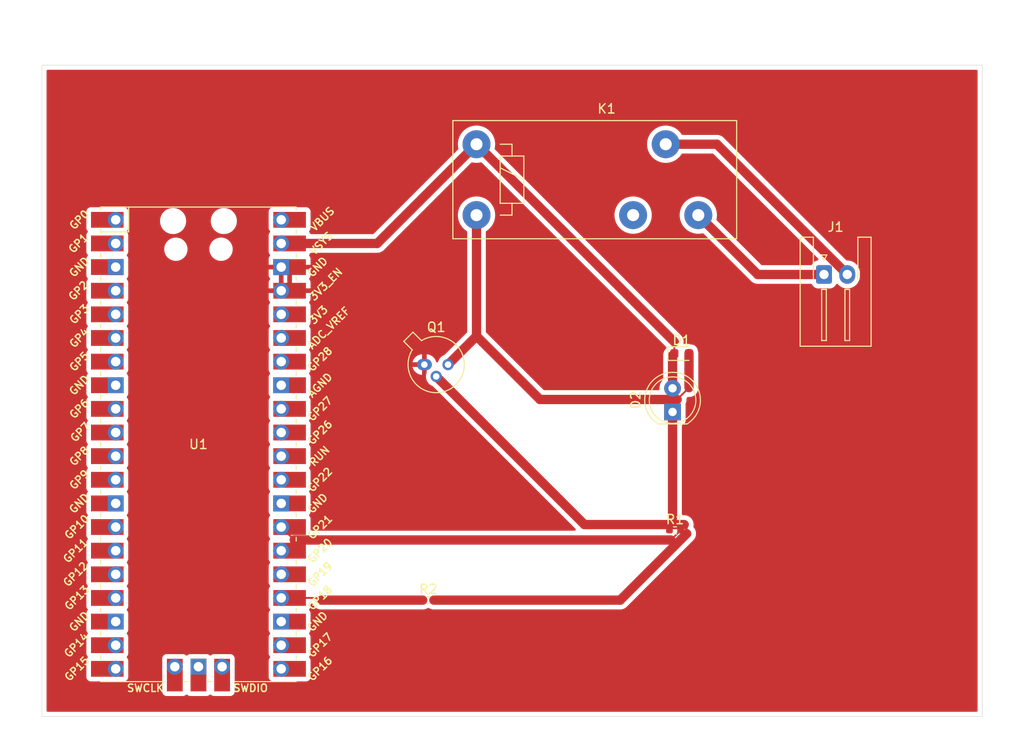
<source format=kicad_pcb>
(kicad_pcb (version 20240108) (generator "pcbnew") (generator_version "8.0")
  (layers (0 "F.Cu" signal) (31 "B.Cu" signal) (34 "B.Paste" user) (35 "F.Paste" user) (36 "B.SilkS" user "B.Silkscreen") (37 "F.SilkS" user "F.Silkscreen") (38 "B.Mask" user) (39 "F.Mask" user) (44 "Edge.Cuts" user))
  (net 0 "")
  (net 1 "GND")
  (net 2 "Sinal")
  (net 40 "Net-(J1-Pin_2)")
  (net 41 "Net-(J1-Pin_1)")
  (net 43 "Net-(Q1-B)")
  (footprint "Relay_THT:Relay_SPDT_Schrack-RT1-FormC_RM3.5mm" (layer "F.Cu") (at 147.68 58.5)
    (property "Reference" "K1" (at 13.97 -3.81 0) (layer "F.SilkS"))
    (property "Value" "Relay_SPDT")
    (fp_line (start -2.54 -2.54) (end 27.94 -2.54) (stroke (width 0.12)) (layer "F.SilkS"))
    (fp_line (start -2.54 10.16) (end -2.54 -2.54) (stroke (width 0.12)) (layer "F.SilkS"))
    (fp_line (start 2.54 0) (end 3.81 0) (stroke (width 0.12)) (layer "F.SilkS"))
    (fp_line (start 2.54 1.27) (end 3.81 1.27) (stroke (width 0.12)) (layer "F.SilkS"))
    (fp_line (start 2.54 2.54) (end 5.08 3.81) (stroke (width 0.12)) (layer "F.SilkS"))
    (fp_line (start 2.54 6.35) (end 2.54 1.27) (stroke (width 0.12)) (layer "F.SilkS"))
    (fp_line (start 3.81 0) (end 3.81 1.27) (stroke (width 0.12)) (layer "F.SilkS"))
    (fp_line (start 3.81 1.27) (end 5.08 1.27) (stroke (width 0.12)) (layer "F.SilkS"))
    (fp_line (start 3.81 6.35) (end 3.81 7.62) (stroke (width 0.12)) (layer "F.SilkS"))
    (fp_line (start 3.81 7.62) (end 2.54 7.62) (stroke (width 0.12)) (layer "F.SilkS"))
    (fp_line (start 5.08 1.27) (end 5.08 6.35) (stroke (width 0.12)) (layer "F.SilkS"))
    (fp_line (start 5.08 6.35) (end 2.54 6.35) (stroke (width 0.12)) (layer "F.SilkS"))
    (fp_line (start 27.94 -2.54) (end 27.94 10.16) (stroke (width 0.12)) (layer "F.SilkS"))
    (fp_line (start 27.94 10.16) (end -2.54 10.16) (stroke (width 0.12)) (layer "F.SilkS"))
    (pad "11" thru_hole circle (at 20.32 0) (size 3 3) (drill 1.3) (layers "*.Cu" "*.Mask") (net 40 "Net-(J1-Pin_2)"))
    (pad "12" thru_hole circle (at 16.82 7.62) (size 3 3) (drill 1.3) (layers "*.Cu" "*.Mask"))
    (pad "14" thru_hole circle (at 23.82 7.62) (size 3 3) (drill 1.3) (layers "*.Cu" "*.Mask") (net 41 "Net-(J1-Pin_1)"))
    (pad "A1" thru_hole circle (at 0 0) (size 3 3) (drill 1.3) (layers "*.Cu" "*.Mask") (net 43 "Net-(Q1-B)"))
    (pad "A2" thru_hole circle (at 0 7.62) (size 3 3) (drill 1.3) (layers "*.Cu" "*.Mask") (net 43 "Net-(Q1-B)"))
  )
  (footprint "MCU_RaspberryPi_and_Boards:RPi_Pico_SMD_TH" (layer "F.Cu") (at 117.815 90.755)
    (property "Reference" "U1" (at 0 0 0) (layer "F.SilkS"))
    (property "Value" "Pico")
    (fp_line (start -10.5 -25.5) (end -10.5 -25.2) (stroke (width 0.12)) (layer "F.SilkS"))
    (fp_line (start -10.5 -25.5) (end 10.5 -25.5) (stroke (width 0.12)) (layer "F.SilkS"))
    (fp_line (start -10.5 -23.1) (end -10.5 -22.7) (stroke (width 0.12)) (layer "F.SilkS"))
    (fp_line (start -10.5 -22.833) (end -7.493 -22.833) (stroke (width 0.12)) (layer "F.SilkS"))
    (fp_line (start -10.5 -20.5) (end -10.5 -20.1) (stroke (width 0.12)) (layer "F.SilkS"))
    (fp_line (start -10.5 -18) (end -10.5 -17.6) (stroke (width 0.12)) (layer "F.SilkS"))
    (fp_line (start -10.5 -15.4) (end -10.5 -15) (stroke (width 0.12)) (layer "F.SilkS"))
    (fp_line (start -10.5 -12.9) (end -10.5 -12.5) (stroke (width 0.12)) (layer "F.SilkS"))
    (fp_line (start -10.5 -10.4) (end -10.5 -10) (stroke (width 0.12)) (layer "F.SilkS"))
    (fp_line (start -10.5 -7.8) (end -10.5 -7.4) (stroke (width 0.12)) (layer "F.SilkS"))
    (fp_line (start -10.5 -5.3) (end -10.5 -4.9) (stroke (width 0.12)) (layer "F.SilkS"))
    (fp_line (start -10.5 -2.7) (end -10.5 -2.3) (stroke (width 0.12)) (layer "F.SilkS"))
    (fp_line (start -10.5 -0.2) (end -10.5 0.2) (stroke (width 0.12)) (layer "F.SilkS"))
    (fp_line (start -10.5 2.3) (end -10.5 2.7) (stroke (width 0.12)) (layer "F.SilkS"))
    (fp_line (start -10.5 4.9) (end -10.5 5.3) (stroke (width 0.12)) (layer "F.SilkS"))
    (fp_line (start -10.5 7.4) (end -10.5 7.8) (stroke (width 0.12)) (layer "F.SilkS"))
    (fp_line (start -10.5 10) (end -10.5 10.4) (stroke (width 0.12)) (layer "F.SilkS"))
    (fp_line (start -10.5 12.5) (end -10.5 12.9) (stroke (width 0.12)) (layer "F.SilkS"))
    (fp_line (start -10.5 15.1) (end -10.5 15.5) (stroke (width 0.12)) (layer "F.SilkS"))
    (fp_line (start -10.5 17.6) (end -10.5 18) (stroke (width 0.12)) (layer "F.SilkS"))
    (fp_line (start -10.5 20.1) (end -10.5 20.5) (stroke (width 0.12)) (layer "F.SilkS"))
    (fp_line (start -10.5 22.7) (end -10.5 23.1) (stroke (width 0.12)) (layer "F.SilkS"))
    (fp_line (start -7.493 -22.833) (end -7.493 -25.5) (stroke (width 0.12)) (layer "F.SilkS"))
    (fp_line (start -3.7 25.5) (end -10.5 25.5) (stroke (width 0.12)) (layer "F.SilkS"))
    (fp_line (start -1.5 25.5) (end -1.1 25.5) (stroke (width 0.12)) (layer "F.SilkS"))
    (fp_line (start 1.1 25.5) (end 1.5 25.5) (stroke (width 0.12)) (layer "F.SilkS"))
    (fp_line (start 10.5 -25.5) (end 10.5 -25.2) (stroke (width 0.12)) (layer "F.SilkS"))
    (fp_line (start 10.5 -23.1) (end 10.5 -22.7) (stroke (width 0.12)) (layer "F.SilkS"))
    (fp_line (start 10.5 -20.5) (end 10.5 -20.1) (stroke (width 0.12)) (layer "F.SilkS"))
    (fp_line (start 10.5 -18) (end 10.5 -17.6) (stroke (width 0.12)) (layer "F.SilkS"))
    (fp_line (start 10.5 -15.4) (end 10.5 -15) (stroke (width 0.12)) (layer "F.SilkS"))
    (fp_line (start 10.5 -12.9) (end 10.5 -12.5) (stroke (width 0.12)) (layer "F.SilkS"))
    (fp_line (start 10.5 -10.4) (end 10.5 -10) (stroke (width 0.12)) (layer "F.SilkS"))
    (fp_line (start 10.5 -7.8) (end 10.5 -7.4) (stroke (width 0.12)) (layer "F.SilkS"))
    (fp_line (start 10.5 -5.3) (end 10.5 -4.9) (stroke (width 0.12)) (layer "F.SilkS"))
    (fp_line (start 10.5 -2.7) (end 10.5 -2.3) (stroke (width 0.12)) (layer "F.SilkS"))
    (fp_line (start 10.5 -0.2) (end 10.5 0.2) (stroke (width 0.12)) (layer "F.SilkS"))
    (fp_line (start 10.5 2.3) (end 10.5 2.7) (stroke (width 0.12)) (layer "F.SilkS"))
    (fp_line (start 10.5 4.9) (end 10.5 5.3) (stroke (width 0.12)) (layer "F.SilkS"))
    (fp_line (start 10.5 7.4) (end 10.5 7.8) (stroke (width 0.12)) (layer "F.SilkS"))
    (fp_line (start 10.5 10) (end 10.5 10.4) (stroke (width 0.12)) (layer "F.SilkS"))
    (fp_line (start 10.5 12.5) (end 10.5 12.9) (stroke (width 0.12)) (layer "F.SilkS"))
    (fp_line (start 10.5 15.1) (end 10.5 15.5) (stroke (width 0.12)) (layer "F.SilkS"))
    (fp_line (start 10.5 17.6) (end 10.5 18) (stroke (width 0.12)) (layer "F.SilkS"))
    (fp_line (start 10.5 20.1) (end 10.5 20.5) (stroke (width 0.12)) (layer "F.SilkS"))
    (fp_line (start 10.5 22.7) (end 10.5 23.1) (stroke (width 0.12)) (layer "F.SilkS"))
    (fp_line (start 10.5 25.5) (end 3.7 25.5) (stroke (width 0.12)) (layer "F.SilkS"))
    (fp_text user "GND" (at -12.8 6.35 45) (layer "F.SilkS") (effects (font (size 0.8 0.8))))
    (fp_text user "GP6" (at -12.8 -3.81 45) (layer "F.SilkS") (effects (font (size 0.8 0.8))))
    (fp_text user "GP2" (at -12.9 -16.51 45) (layer "F.SilkS") (effects (font (size 0.8 0.8))))
    (fp_text user "AGND" (at 13.054 -6.35 45) (layer "F.SilkS") (effects (font (size 0.8 0.8))))
    (fp_text user "GP27" (at 13.054 -3.8 45) (layer "F.SilkS") (effects (font (size 0.8 0.8))))
    (fp_text user "GND" (at -12.8 19.05 45) (layer "F.SilkS") (effects (font (size 0.8 0.8))))
    (fp_text user "GND" (at -12.8 -6.35 45) (layer "F.SilkS") (effects (font (size 0.8 0.8))))
    (fp_text user "GP5" (at -12.8 -8.89 45) (layer "F.SilkS") (effects (font (size 0.8 0.8))))
    (fp_text user "GP11" (at -13.2 11.43 45) (layer "F.SilkS") (effects (font (size 0.8 0.8))))
    (fp_text user "GP0" (at -12.8 -24.13 45) (layer "F.SilkS") (effects (font (size 0.8 0.8))))
    (fp_text user "GP16" (at 13.054 24.13 45) (layer "F.SilkS") (effects (font (size 0.8 0.8))))
    (fp_text user "GP20" (at 13.054 11.43 45) (layer "F.SilkS") (effects (font (size 0.8 0.8))))
    (fp_text user "GP10" (at -13.054 8.89 45) (layer "F.SilkS") (effects (font (size 0.8 0.8))))
    (fp_text user "GP3" (at -12.8 -13.97 45) (layer "F.SilkS") (effects (font (size 0.8 0.8))))
    (fp_text user "GP28" (at 13.054 -9.144 45) (layer "F.SilkS") (effects (font (size 0.8 0.8))))
    (fp_text user "GP22" (at 13.054 3.81 45) (layer "F.SilkS") (effects (font (size 0.8 0.8))))
    (fp_text user "GP1" (at -12.9 -21.6 45) (layer "F.SilkS") (effects (font (size 0.8 0.8))))
    (fp_text user "GP21" (at 13.054 8.9 45) (layer "F.SilkS") (effects (font (size 0.8 0.8))))
    (fp_text user "GND" (at -12.8 -19.05 45) (layer "F.SilkS") (effects (font (size 0.8 0.8))))
    (fp_text user "GP26" (at 13.054 -1.27 45) (layer "F.SilkS") (effects (font (size 0.8 0.8))))
    (fp_text user "SWCLK" (at -5.7 26.2 0) (layer "F.SilkS") (effects (font (size 0.8 0.8))))
    (fp_text user "ADC_VREF" (at 14 -12.5 45) (layer "F.SilkS") (effects (font (size 0.8 0.8))))
    (fp_text user "GND" (at 12.8 6.35 45) (layer "F.SilkS") (effects (font (size 0.8 0.8))))
    (fp_text user "GP8" (at -12.8 1.27 45) (layer "F.SilkS") (effects (font (size 0.8 0.8))))
    (fp_text user "GND" (at 12.8 19.05 45) (layer "F.SilkS") (effects (font (size 0.8 0.8))))
    (fp_text user "GP7" (at -12.7 -1.3 45) (layer "F.SilkS") (effects (font (size 0.8 0.8))))
    (fp_text user "RUN" (at 13 1.27 45) (layer "F.SilkS") (effects (font (size 0.8 0.8))))
    (fp_text user "GP4" (at -12.8 -11.43 45) (layer "F.SilkS") (effects (font (size 0.8 0.8))))
    (fp_text user "VBUS" (at 13.3 -24.2 45) (layer "F.SilkS") (effects (font (size 0.8 0.8))))
    (fp_text user "GP19" (at 13.054 13.97 45) (layer "F.SilkS") (effects (font (size 0.8 0.8))))
    (fp_text user "GP13" (at -13.054 16.51 45) (layer "F.SilkS") (effects (font (size 0.8 0.8))))
    (fp_text user "3V3_EN" (at 13.7 -17.2 45) (layer "F.SilkS") (effects (font (size 0.8 0.8))))
    (fp_text user "GP12" (at -13.2 13.97 45) (layer "F.SilkS") (effects (font (size 0.8 0.8))))
    (fp_text user "GP15" (at -13.054 24.13 45) (layer "F.SilkS") (effects (font (size 0.8 0.8))))
    (fp_text user "GP9" (at -12.8 3.81 45) (layer "F.SilkS") (effects (font (size 0.8 0.8))))
    (fp_text user "GP14" (at -13.1 21.59 45) (layer "F.SilkS") (effects (font (size 0.8 0.8))))
    (fp_text user "VSYS" (at 13.2 -21.59 45) (layer "F.SilkS") (effects (font (size 0.8 0.8))))
    (fp_text user "GP17" (at 13.054 21.59 45) (layer "F.SilkS") (effects (font (size 0.8 0.8))))
    (fp_text user "SWDIO" (at 5.6 26.2 0) (layer "F.SilkS") (effects (font (size 0.8 0.8))))
    (fp_text user "GND" (at 12.8 -19.05 45) (layer "F.SilkS") (effects (font (size 0.8 0.8))))
    (fp_text user "GP18" (at 13.054 16.51 45) (layer "F.SilkS") (effects (font (size 0.8 0.8))))
    (fp_text user "3V3" (at 12.9 -13.9 45) (layer "F.SilkS") (effects (font (size 0.8 0.8))))
    (pad "" np_thru_hole oval (at -2.725 -24) (size 1.8 1.8) (drill 1.8) (layers "*.Cu" "*.Mask"))
    (pad "" np_thru_hole oval (at -2.425 -20.97) (size 1.5 1.5) (drill 1.5) (layers "*.Cu" "*.Mask"))
    (pad "" np_thru_hole oval (at 2.425 -20.97) (size 1.5 1.5) (drill 1.5) (layers "*.Cu" "*.Mask"))
    (pad "" np_thru_hole oval (at 2.725 -24) (size 1.8 1.8) (drill 1.8) (layers "*.Cu" "*.Mask"))
    (pad "1" thru_hole oval (at -8.89 -24.13) (size 1.7 1.7) (drill 1.02) (layers "*.Cu" "*.Mask"))
    (pad "1" smd rect (at -8.89 -24.13) (size 3.5 1.7) (drill (offset -0.9 0)) (layers "F.Cu" "F.Mask"))
    (pad "2" thru_hole oval (at -8.89 -21.59) (size 1.7 1.7) (drill 1.02) (layers "*.Cu" "*.Mask"))
    (pad "2" smd rect (at -8.89 -21.59) (size 3.5 1.7) (drill (offset -0.9 0)) (layers "F.Cu" "F.Mask"))
    (pad "3" thru_hole rect (at -8.89 -19.05) (size 1.7 1.7) (drill 1.02) (layers "*.Cu" "*.Mask"))
    (pad "3" smd rect (at -8.89 -19.05) (size 3.5 1.7) (drill (offset -0.9 0)) (layers "F.Cu" "F.Mask"))
    (pad "4" thru_hole oval (at -8.89 -16.51) (size 1.7 1.7) (drill 1.02) (layers "*.Cu" "*.Mask"))
    (pad "4" smd rect (at -8.89 -16.51) (size 3.5 1.7) (drill (offset -0.9 0)) (layers "F.Cu" "F.Mask"))
    (pad "5" thru_hole oval (at -8.89 -13.97) (size 1.7 1.7) (drill 1.02) (layers "*.Cu" "*.Mask"))
    (pad "5" smd rect (at -8.89 -13.97) (size 3.5 1.7) (drill (offset -0.9 0)) (layers "F.Cu" "F.Mask"))
    (pad "6" thru_hole oval (at -8.89 -11.43) (size 1.7 1.7) (drill 1.02) (layers "*.Cu" "*.Mask"))
    (pad "6" smd rect (at -8.89 -11.43) (size 3.5 1.7) (drill (offset -0.9 0)) (layers "F.Cu" "F.Mask"))
    (pad "7" thru_hole oval (at -8.89 -8.89) (size 1.7 1.7) (drill 1.02) (layers "*.Cu" "*.Mask"))
    (pad "7" smd rect (at -8.89 -8.89) (size 3.5 1.7) (drill (offset -0.9 0)) (layers "F.Cu" "F.Mask"))
    (pad "8" thru_hole rect (at -8.89 -6.35) (size 1.7 1.7) (drill 1.02) (layers "*.Cu" "*.Mask"))
    (pad "8" smd rect (at -8.89 -6.35) (size 3.5 1.7) (drill (offset -0.9 0)) (layers "F.Cu" "F.Mask"))
    (pad "9" thru_hole oval (at -8.89 -3.81) (size 1.7 1.7) (drill 1.02) (layers "*.Cu" "*.Mask"))
    (pad "9" smd rect (at -8.89 -3.81) (size 3.5 1.7) (drill (offset -0.9 0)) (layers "F.Cu" "F.Mask"))
    (pad "10" thru_hole oval (at -8.89 -1.27) (size 1.7 1.7) (drill 1.02) (layers "*.Cu" "*.Mask"))
    (pad "10" smd rect (at -8.89 -1.27) (size 3.5 1.7) (drill (offset -0.9 0)) (layers "F.Cu" "F.Mask"))
    (pad "11" thru_hole oval (at -8.89 1.27) (size 1.7 1.7) (drill 1.02) (layers "*.Cu" "*.Mask"))
    (pad "11" smd rect (at -8.89 1.27) (size 3.5 1.7) (drill (offset -0.9 0)) (layers "F.Cu" "F.Mask"))
    (pad "12" thru_hole oval (at -8.89 3.81) (size 1.7 1.7) (drill 1.02) (layers "*.Cu" "*.Mask"))
    (pad "12" smd rect (at -8.89 3.81) (size 3.5 1.7) (drill (offset -0.9 0)) (layers "F.Cu" "F.Mask"))
    (pad "13" thru_hole rect (at -8.89 6.35) (size 1.7 1.7) (drill 1.02) (layers "*.Cu" "*.Mask"))
    (pad "13" smd rect (at -8.89 6.35) (size 3.5 1.7) (drill (offset -0.9 0)) (layers "F.Cu" "F.Mask"))
    (pad "14" thru_hole oval (at -8.89 8.89) (size 1.7 1.7) (drill 1.02) (layers "*.Cu" "*.Mask"))
    (pad "14" smd rect (at -8.89 8.89) (size 3.5 1.7) (drill (offset -0.9 0)) (layers "F.Cu" "F.Mask"))
    (pad "15" thru_hole oval (at -8.89 11.43) (size 1.7 1.7) (drill 1.02) (layers "*.Cu" "*.Mask"))
    (pad "15" smd rect (at -8.89 11.43) (size 3.5 1.7) (drill (offset -0.9 0)) (layers "F.Cu" "F.Mask"))
    (pad "16" thru_hole oval (at -8.89 13.97) (size 1.7 1.7) (drill 1.02) (layers "*.Cu" "*.Mask"))
    (pad "16" smd rect (at -8.89 13.97) (size 3.5 1.7) (drill (offset -0.9 0)) (layers "F.Cu" "F.Mask"))
    (pad "17" thru_hole oval (at -8.89 16.51) (size 1.7 1.7) (drill 1.02) (layers "*.Cu" "*.Mask"))
    (pad "17" smd rect (at -8.89 16.51) (size 3.5 1.7) (drill (offset -0.9 0)) (layers "F.Cu" "F.Mask"))
    (pad "18" thru_hole rect (at -8.89 19.05) (size 1.7 1.7) (drill 1.02) (layers "*.Cu" "*.Mask"))
    (pad "18" smd rect (at -8.89 19.05) (size 3.5 1.7) (drill (offset -0.9 0)) (layers "F.Cu" "F.Mask"))
    (pad "19" thru_hole oval (at -8.89 21.59) (size 1.7 1.7) (drill 1.02) (layers "*.Cu" "*.Mask"))
    (pad "19" smd rect (at -8.89 21.59) (size 3.5 1.7) (drill (offset -0.9 0)) (layers "F.Cu" "F.Mask"))
    (pad "20" thru_hole oval (at -8.89 24.13) (size 1.7 1.7) (drill 1.02) (layers "*.Cu" "*.Mask"))
    (pad "20" smd rect (at -8.89 24.13) (size 3.5 1.7) (drill (offset -0.9 0)) (layers "F.Cu" "F.Mask"))
    (pad "21" thru_hole oval (at 8.89 24.13) (size 1.7 1.7) (drill 1.02) (layers "*.Cu" "*.Mask"))
    (pad "21" smd rect (at 8.89 24.13) (size 3.5 1.7) (drill (offset 0.9 0)) (layers "F.Cu" "F.Mask"))
    (pad "22" thru_hole oval (at 8.89 21.59) (size 1.7 1.7) (drill 1.02) (layers "*.Cu" "*.Mask"))
    (pad "22" smd rect (at 8.89 21.59) (size 3.5 1.7) (drill (offset 0.9 0)) (layers "F.Cu" "F.Mask"))
    (pad "23" thru_hole rect (at 8.89 19.05) (size 1.7 1.7) (drill 1.02) (layers "*.Cu" "*.Mask"))
    (pad "23" smd rect (at 8.89 19.05) (size 3.5 1.7) (drill (offset 0.9 0)) (layers "F.Cu" "F.Mask"))
    (pad "24" thru_hole oval (at 8.89 16.51) (size 1.7 1.7) (drill 1.02) (layers "*.Cu" "*.Mask") (net 2 "Sinal"))
    (pad "24" smd rect (at 8.89 16.51) (size 3.5 1.7) (drill (offset 0.9 0)) (layers "F.Cu" "F.Mask") (net 2 "Sinal"))
    (pad "25" thru_hole oval (at 8.89 13.97) (size 1.7 1.7) (drill 1.02) (layers "*.Cu" "*.Mask"))
    (pad "25" smd rect (at 8.89 13.97) (size 3.5 1.7) (drill (offset 0.9 0)) (layers "F.Cu" "F.Mask"))
    (pad "26" thru_hole oval (at 8.89 11.43) (size 1.7 1.7) (drill 1.02) (layers "*.Cu" "*.Mask") (net 43 "Net-(Q1-B)"))
    (pad "26" smd rect (at 8.89 11.43) (size 3.5 1.7) (drill (offset 0.9 0)) (layers "F.Cu" "F.Mask") (net 43 "Net-(Q1-B)"))
    (pad "27" thru_hole oval (at 8.89 8.89) (size 1.7 1.7) (drill 1.02) (layers "*.Cu" "*.Mask") (net 43 "Net-(Q1-B)"))
    (pad "27" smd rect (at 8.89 8.89) (size 3.5 1.7) (drill (offset 0.9 0)) (layers "F.Cu" "F.Mask") (net 43 "Net-(Q1-B)"))
    (pad "28" thru_hole rect (at 8.89 6.35) (size 1.7 1.7) (drill 1.02) (layers "*.Cu" "*.Mask"))
    (pad "28" smd rect (at 8.89 6.35) (size 3.5 1.7) (drill (offset 0.9 0)) (layers "F.Cu" "F.Mask"))
    (pad "29" thru_hole oval (at 8.89 3.81) (size 1.7 1.7) (drill 1.02) (layers "*.Cu" "*.Mask"))
    (pad "29" smd rect (at 8.89 3.81) (size 3.5 1.7) (drill (offset 0.9 0)) (layers "F.Cu" "F.Mask"))
    (pad "30" thru_hole oval (at 8.89 1.27) (size 1.7 1.7) (drill 1.02) (layers "*.Cu" "*.Mask"))
    (pad "30" smd rect (at 8.89 1.27) (size 3.5 1.7) (drill (offset 0.9 0)) (layers "F.Cu" "F.Mask"))
    (pad "31" thru_hole oval (at 8.89 -1.27) (size 1.7 1.7) (drill 1.02) (layers "*.Cu" "*.Mask"))
    (pad "31" smd rect (at 8.89 -1.27) (size 3.5 1.7) (drill (offset 0.9 0)) (layers "F.Cu" "F.Mask"))
    (pad "32" thru_hole oval (at 8.89 -3.81) (size 1.7 1.7) (drill 1.02) (layers "*.Cu" "*.Mask"))
    (pad "32" smd rect (at 8.89 -3.81) (size 3.5 1.7) (drill (offset 0.9 0)) (layers "F.Cu" "F.Mask"))
    (pad "33" thru_hole rect (at 8.89 -6.35) (size 1.7 1.7) (drill 1.02) (layers "*.Cu" "*.Mask"))
    (pad "33" smd rect (at 8.89 -6.35) (size 3.5 1.7) (drill (offset 0.9 0)) (layers "F.Cu" "F.Mask"))
    (pad "34" thru_hole oval (at 8.89 -8.89) (size 1.7 1.7) (drill 1.02) (layers "*.Cu" "*.Mask"))
    (pad "34" smd rect (at 8.89 -8.89) (size 3.5 1.7) (drill (offset 0.9 0)) (layers "F.Cu" "F.Mask"))
    (pad "35" thru_hole oval (at 8.89 -11.43) (size 1.7 1.7) (drill 1.02) (layers "*.Cu" "*.Mask"))
    (pad "35" smd rect (at 8.89 -11.43) (size 3.5 1.7) (drill (offset 0.9 0)) (layers "F.Cu" "F.Mask"))
    (pad "36" thru_hole oval (at 8.89 -13.97) (size 1.7 1.7) (drill 1.02) (layers "*.Cu" "*.Mask"))
    (pad "36" smd rect (at 8.89 -13.97) (size 3.5 1.7) (drill (offset 0.9 0)) (layers "F.Cu" "F.Mask"))
    (pad "37" thru_hole oval (at 8.89 -16.51) (size 1.7 1.7) (drill 1.02) (layers "*.Cu" "*.Mask") (net 1 "GND"))
    (pad "37" smd rect (at 8.89 -16.51) (size 3.5 1.7) (drill (offset 0.9 0)) (layers "F.Cu" "F.Mask") (net 1 "GND"))
    (pad "38" thru_hole rect (at 8.89 -19.05) (size 1.7 1.7) (drill 1.02) (layers "*.Cu" "*.Mask") (net 1 "GND"))
    (pad "38" smd rect (at 8.89 -19.05) (size 3.5 1.7) (drill (offset 0.9 0)) (layers "F.Cu" "F.Mask") (net 1 "GND"))
    (pad "39" thru_hole oval (at 8.89 -21.59) (size 1.7 1.7) (drill 1.02) (layers "*.Cu" "*.Mask") (net 43 "Net-(Q1-B)"))
    (pad "39" smd rect (at 8.89 -21.59) (size 3.5 1.7) (drill (offset 0.9 0)) (layers "F.Cu" "F.Mask") (net 43 "Net-(Q1-B)"))
    (pad "40" thru_hole oval (at 8.89 -24.13) (size 1.7 1.7) (drill 1.02) (layers "*.Cu" "*.Mask"))
    (pad "40" smd rect (at 8.89 -24.13) (size 3.5 1.7) (drill (offset 0.9 0)) (layers "F.Cu" "F.Mask"))
    (pad "41" thru_hole oval (at -2.54 23.9) (size 1.7 1.7) (drill 1.02) (layers "*.Cu" "*.Mask"))
    (pad "41" smd rect (at -2.54 23.9 90) (size 3.5 1.7) (drill (offset -0.9 0)) (layers "F.Cu" "F.Mask"))
    (pad "42" thru_hole rect (at 0 23.9) (size 1.7 1.7) (drill 1.02) (layers "*.Cu" "*.Mask"))
    (pad "42" smd rect (at 0 23.9 90) (size 3.5 1.7) (drill (offset -0.9 0)) (layers "F.Cu" "F.Mask"))
    (pad "43" thru_hole oval (at 2.54 23.9) (size 1.7 1.7) (drill 1.02) (layers "*.Cu" "*.Mask"))
    (pad "43" smd rect (at 2.54 23.9 90) (size 3.5 1.7) (drill (offset -0.9 0)) (layers "F.Cu" "F.Mask"))
  )
  (footprint "LED_THT:LED_D5.0mm_Clear" (layer "F.Cu") (at 168.735 87.275 90)
    (property "Reference" "D2" (at 1.27 -3.96 270) (layer "F.SilkS"))
    (property "Value" "LED")
    (fp_line (start -1.29 -1.545) (end -1.29 1.545) (stroke (width 0.12)) (layer "F.SilkS"))
    (fp_arc (start -1.29 -1.54483) (mid 2.072002 -2.880433) (end 4.26 0.000462) (stroke (width 0.12)) (layer "F.SilkS"))
    (fp_arc (start 4.26 -0.000462) (mid 2.072002 2.880433) (end -1.29 1.54483) (stroke (width 0.12)) (layer "F.SilkS"))
    (fp_circle (center 1.27 0) (end 3.77 0) (stroke (width 0.12)) (fill none) (layer "F.SilkS"))
    (pad "1" thru_hole rect (at 0 0 90) (size 1.8 1.8) (drill 0.9) (layers "*.Cu" "*.Mask") (net 43 "Net-(Q1-B)"))
    (pad "2" thru_hole circle (at 2.54 0 90) (size 1.8 1.8) (drill 0.9) (layers "*.Cu" "*.Mask") (net 43 "Net-(Q1-B)"))
  )
  (footprint "Package_TO_SOT_THT:TO-18-3" (layer "F.Cu") (at 142.079448 82.184724)
    (property "Reference" "Q1" (at 1.27 -4.02 0) (layer "F.SilkS"))
    (property "Value" "BC107")
    (fp_line (start -2.214448 -2.494499) (end -1.302281 -1.582331) (stroke (width 0.12)) (layer "F.SilkS"))
    (fp_line (start -1.224499 -3.484448) (end -2.214448 -2.494499) (stroke (width 0.12)) (layer "F.SilkS"))
    (fp_line (start -0.312331 -2.572281) (end -1.224499 -3.484448) (stroke (width 0.12)) (layer "F.SilkS"))
    (fp_arc (start -0.312331 -2.572281) (mid 3.405374 2.135551) (end -1.30215 -1.582544) (stroke (width 0.12)) (layer "F.SilkS"))
    (pad "1" thru_hole oval (at 0 0) (size 1.6 1.2) (drill 0.7) (layers "*.Cu" "*.Mask") (net 1 "GND"))
    (pad "2" thru_hole oval (at 1.27 1.27) (size 1.2 1.2) (drill 0.7) (layers "*.Cu" "*.Mask") (net 43 "Net-(Q1-B)"))
    (pad "3" thru_hole oval (at 2.54 0) (size 1.2 1.2) (drill 0.7) (layers "*.Cu" "*.Mask") (net 43 "Net-(Q1-B)"))
  )
  (footprint "Resistor_SMD:R_0402_1005Metric_Pad0.72x0.64mm_HandSolder" (layer "F.Cu") (at 142.5 107.5)
    (property "Reference" "R2" (at 0 -1.17 360) (layer "F.SilkS"))
    (property "Value" "R")
    (fp_line (start -0.167621 -0.38) (end 0.167621 -0.38) (stroke (width 0.12)) (layer "F.SilkS"))
    (fp_line (start -0.167621 0.38) (end 0.167621 0.38) (stroke (width 0.12)) (layer "F.SilkS"))
    (pad "1" smd roundrect (at -0.5975 0) (size 0.715 0.64) (layers "F.Cu" "F.Paste" "F.Mask") (net 2 "Sinal"))
    (pad "2" smd roundrect (at 0.5975 0) (size 0.715 0.64) (layers "F.Cu" "F.Paste" "F.Mask") (net 43 "Net-(Q1-B)"))
  )
  (footprint "Connector_JST:JST_XH_S2B-XH-A-1_1x02_P2.50mm_Horizontal" (layer "F.Cu") (at 185 72.5)
    (property "Reference" "J1" (at 1.25 -5.1 0) (layer "F.SilkS"))
    (property "Value" "Conn_01x02_Socket")
    (fp_line (start -2.56 -4.01) (end -1.14 -4.01) (stroke (width 0.12)) (layer "F.SilkS"))
    (fp_line (start -2.56 7.71) (end -2.56 -4.01) (stroke (width 0.12)) (layer "F.SilkS"))
    (fp_line (start -1.14 -4.01) (end -1.14 0.49) (stroke (width 0.12)) (layer "F.SilkS"))
    (fp_line (start -0.3 -2.1) (end 0.3 -2.1) (stroke (width 0.12)) (layer "F.SilkS"))
    (fp_line (start -0.25 1.6) (end -0.25 7.1) (stroke (width 0.12)) (layer "F.SilkS"))
    (fp_line (start -0.25 7.1) (end 0.25 7.1) (stroke (width 0.12)) (layer "F.SilkS"))
    (fp_line (start 0 -1.5) (end -0.3 -2.1) (stroke (width 0.12)) (layer "F.SilkS"))
    (fp_line (start 0.25 1.6) (end -0.25 1.6) (stroke (width 0.12)) (layer "F.SilkS"))
    (fp_line (start 0.25 7.1) (end 0.25 1.6) (stroke (width 0.12)) (layer "F.SilkS"))
    (fp_line (start 0.3 -2.1) (end 0 -1.5) (stroke (width 0.12)) (layer "F.SilkS"))
    (fp_line (start 1.25 7.71) (end -2.56 7.71) (stroke (width 0.12)) (layer "F.SilkS"))
    (fp_line (start 1.25 7.71) (end 5.06 7.71) (stroke (width 0.12)) (layer "F.SilkS"))
    (fp_line (start 2.25 1.6) (end 2.25 7.1) (stroke (width 0.12)) (layer "F.SilkS"))
    (fp_line (start 2.25 7.1) (end 2.75 7.1) (stroke (width 0.12)) (layer "F.SilkS"))
    (fp_line (start 2.75 1.6) (end 2.25 1.6) (stroke (width 0.12)) (layer "F.SilkS"))
    (fp_line (start 2.75 7.1) (end 2.75 1.6) (stroke (width 0.12)) (layer "F.SilkS"))
    (fp_line (start 3.64 -4.01) (end 3.64 0.49) (stroke (width 0.12)) (layer "F.SilkS"))
    (fp_line (start 5.06 -4.01) (end 3.64 -4.01) (stroke (width 0.12)) (layer "F.SilkS"))
    (fp_line (start 5.06 7.71) (end 5.06 -4.01) (stroke (width 0.12)) (layer "F.SilkS"))
    (pad "1" thru_hole roundrect (at 0 0) (size 1.7 2) (drill 1) (layers "*.Cu" "*.Mask") (roundrect_rratio 0.147059) (net 41 "Net-(J1-Pin_1)"))
    (pad "2" thru_hole oval (at 2.5 0) (size 1.7 2) (drill 1) (layers "*.Cu" "*.Mask") (net 40 "Net-(J1-Pin_2)"))
  )
  (footprint "Resistor_SMD:R_0402_1005Metric_Pad0.72x0.64mm_HandSolder" (layer "F.Cu") (at 169 100)
    (property "Reference" "R1" (at 0 -1.17 360) (layer "F.SilkS"))
    (property "Value" "R")
    (fp_line (start -0.167621 -0.38) (end 0.167621 -0.38) (stroke (width 0.12)) (layer "F.SilkS"))
    (fp_line (start -0.167621 0.38) (end 0.167621 0.38) (stroke (width 0.12)) (layer "F.SilkS"))
    (pad "1" smd roundrect (at -0.5975 0) (size 0.715 0.64) (layers "F.Cu" "F.Paste" "F.Mask") (net 43 "Net-(Q1-B)"))
    (pad "2" smd roundrect (at 0.5975 0) (size 0.715 0.64) (layers "F.Cu" "F.Paste" "F.Mask") (net 43 "Net-(Q1-B)"))
  )
  (footprint "Diode_SMD:D_0603_1608Metric" (layer "F.Cu") (at 169.7125 81)
    (property "Reference" "D1" (at 0 -1.43 360) (layer "F.SilkS"))
    (property "Value" "D")
    (fp_line (start -1.485 -0.735) (end -1.485 0.735) (stroke (width 0.12)) (layer "F.SilkS"))
    (fp_line (start -1.485 0.735) (end 0.8 0.735) (stroke (width 0.12)) (layer "F.SilkS"))
    (fp_line (start 0.8 -0.735) (end -1.485 -0.735) (stroke (width 0.12)) (layer "F.SilkS"))
    (pad "1" smd roundrect (at -0.7875 0) (size 0.875 0.95) (layers "F.Cu" "F.Paste" "F.Mask") (net 43 "Net-(Q1-B)"))
    (pad "2" smd roundrect (at 0.7875 0) (size 0.875 0.95) (layers "F.Cu" "F.Paste" "F.Mask") (net 43 "Net-(Q1-B)"))
  )
  (gr_rect (start 101 50) (end 202 120) (stroke (width 0.05)) (fill none) (layer "Edge.Cuts"))
  (segment (start 126.705 71.705) (end 128.265 71.705) (width 0.2) (layer "F.Cu") (net 1))
  (segment (start 131 107.5) (end 141.9025 107.5) (width 1) (layer "F.Cu") (net 2))
  (segment (start 126.705 107.265) (end 130.765 107.265) (width 0.2) (layer "F.Cu") (net 2))
  (segment (start 130.765 107.265) (end 131 107.5) (width 0.2) (layer "F.Cu") (net 2))
  (segment (start 168 58.5) (end 173.5 58.5) (width 1) (layer "F.Cu") (net 40))
  (segment (start 173.5 58.5) (end 187.5 72.5) (width 1) (layer "F.Cu") (net 40))
  (segment (start 171.5 66.12) (end 177.88 72.5) (width 1) (layer "F.Cu") (net 41))
  (segment (start 177.88 72.5) (end 185 72.5) (width 1) (layer "F.Cu") (net 41))
  (segment (start 170.255 100.354972) (end 163.109972 107.5) (width 1) (layer "F.Cu") (net 43))
  (segment (start 143.349448 83.454724) (end 159.274724 99.38) (width 1) (layer "F.Cu") (net 43))
  (segment (start 170.5 84.667057) (end 170.5 81) (width 1) (layer "F.Cu") (net 43))
  (segment (start 147.68 79.124172) (end 154.490828 85.935) (width 1) (layer "F.Cu") (net 43))
  (segment (start 168.925 79.745) (end 168.925 81) (width 0.2) (layer "F.Cu") (net 43))
  (segment (start 147.68 58.5) (end 137.015 69.165) (width 1) (layer "F.Cu") (net 43))
  (segment (start 169.989972 99.38) (end 170.255 99.645028) (width 0.2) (layer "F.Cu") (net 43))
  (segment (start 147.68 58.5) (end 168.925 79.745) (width 1) (layer "F.Cu") (net 43))
  (segment (start 168.735 81.19) (end 168.925 81) (width 0.2) (layer "F.Cu") (net 43))
  (segment (start 128.095 101.035) (end 168.5625 101.035) (width 1) (layer "F.Cu") (net 43))
  (segment (start 126.705 99.645) (end 128.095 101.035) (width 0.2) (layer "F.Cu") (net 43))
  (segment (start 168.735 84.735) (end 168.735 81.19) (width 1) (layer "F.Cu") (net 43))
  (segment (start 154.490828 85.935) (end 169.232057 85.935) (width 1) (layer "F.Cu") (net 43))
  (segment (start 147.68 79.124172) (end 147.68 66.12) (width 1) (layer "F.Cu") (net 43))
  (segment (start 168.735 87.275) (end 168.735 98.6475) (width 1) (layer "F.Cu") (net 43))
  (segment (start 169.232057 85.935) (end 170.5 84.667057) (width 0.2) (layer "F.Cu") (net 43))
  (segment (start 137.015 69.165) (end 126.705 69.165) (width 1) (layer "F.Cu") (net 43))
  (segment (start 170.255 99.645028) (end 170.255 100.354972) (width 0.2) (layer "F.Cu") (net 43))
  (segment (start 163.109972 107.5) (end 143.0975 107.5) (width 1) (layer "F.Cu") (net 43))
  (segment (start 168.5625 101.035) (end 169.5975 100) (width 0.2) (layer "F.Cu") (net 43))
  (segment (start 144.619448 82.184724) (end 147.68 79.124172) (width 1) (layer "F.Cu") (net 43))
  (segment (start 159.274724 99.38) (end 169.989972 99.38) (width 1) (layer "F.Cu") (net 43))
  (segment (start 168.735 98.6475) (end 168.4025 98.98) (width 0.2) (layer "F.Cu") (net 43))
  (zone (net 1) (net_name "GND") (layer "F.Cu") (connect_pads (clearance 0.5)) (min_thickness 0.25) (fill yes (thermal_gap 0.5) (thermal_bridge_width 0.5))
    (polygon (pts (xy 96.5 123.5) (xy 205.5 123.5) (xy 206.5 43) (xy 96.5 44)))
  )
)
</source>
